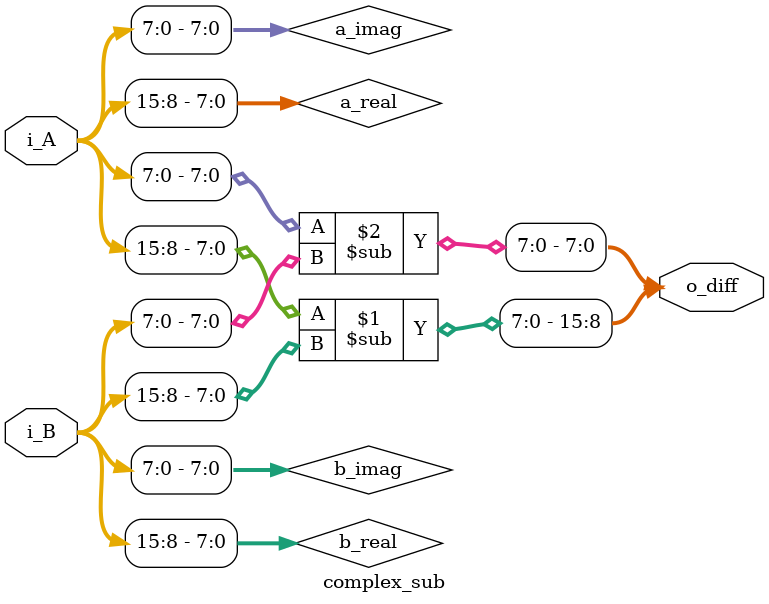
<source format=v>
module complex_sub (
    i_A,
    i_B,
    o_diff
);

input wire [15:0] i_A, i_B;
output wire [15:0] o_diff;

// Intermediate wires
wire [7:0] a_real = i_A[15:8];
wire [7:0] a_imag = i_A[7:0];

wire [7:0] b_real = i_B[15:8];
wire [7:0] b_imag = i_B[7:0];

// Simple complex subtraction
assign o_diff[15:8] = a_real - b_real;
assign o_diff[7:0] = a_imag - b_imag;

endmodule

</source>
